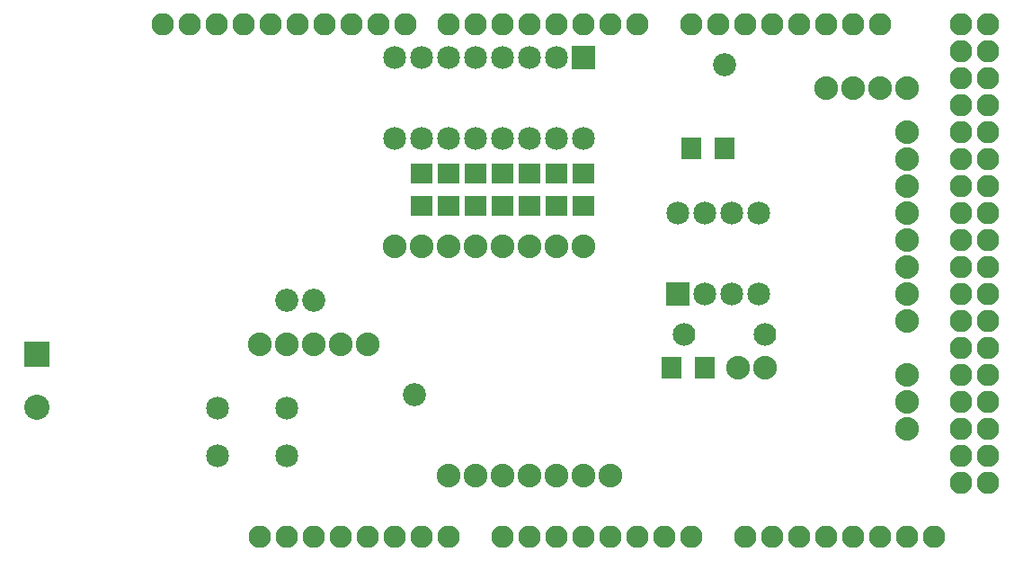
<source format=gbs>
G04 MADE WITH FRITZING*
G04 WWW.FRITZING.ORG*
G04 DOUBLE SIDED*
G04 HOLES PLATED*
G04 CONTOUR ON CENTER OF CONTOUR VECTOR*
%ASAXBY*%
%FSLAX23Y23*%
%MOIN*%
%OFA0B0*%
%SFA1.0B1.0*%
%ADD10C,0.085000*%
%ADD11C,0.088000*%
%ADD12C,0.093307*%
%ADD13C,0.085433*%
%ADD14C,0.084000*%
%ADD15C,0.082917*%
%ADD16R,0.085000X0.085000*%
%ADD17R,0.093307X0.093307*%
%ADD18R,0.072992X0.084803*%
%ADD19R,0.084803X0.072992*%
%LNMASK0*%
G90*
G70*
G54D10*
X2653Y997D03*
X2653Y1297D03*
X2753Y997D03*
X2753Y1297D03*
X2853Y997D03*
X2853Y1297D03*
X2953Y997D03*
X2953Y1297D03*
G54D11*
X3503Y697D03*
X3503Y597D03*
X3503Y497D03*
G54D12*
X278Y772D03*
X278Y575D03*
G54D11*
X1503Y810D03*
X1403Y810D03*
X1303Y810D03*
X1203Y810D03*
X1103Y810D03*
G54D13*
X1303Y972D03*
X1203Y972D03*
G54D14*
X2978Y847D03*
X2678Y847D03*
G54D13*
X2828Y1847D03*
G54D11*
X2878Y722D03*
X2978Y722D03*
G54D10*
X1203Y395D03*
X947Y395D03*
X1203Y572D03*
X947Y572D03*
G54D13*
X1678Y622D03*
G54D11*
X3503Y897D03*
X3503Y997D03*
X3503Y1097D03*
X3503Y1197D03*
X3503Y1297D03*
X3503Y1397D03*
X3503Y1497D03*
X3503Y1597D03*
G54D15*
X3003Y97D03*
X1403Y97D03*
X3103Y97D03*
X3203Y97D03*
X3303Y97D03*
X3403Y97D03*
X3703Y1497D03*
X3503Y97D03*
X3603Y97D03*
X1443Y1997D03*
X2003Y97D03*
X2103Y97D03*
X2203Y97D03*
X2303Y97D03*
X3703Y697D03*
X2403Y97D03*
X2503Y97D03*
X2603Y97D03*
X2703Y97D03*
X2203Y1997D03*
X3703Y1897D03*
X3703Y1097D03*
X3703Y297D03*
X1043Y1997D03*
X1803Y97D03*
X1803Y1997D03*
X3703Y1697D03*
X3703Y1297D03*
X3703Y897D03*
X3403Y1997D03*
X3703Y497D03*
X3303Y1997D03*
X3203Y1997D03*
X3103Y1997D03*
X3003Y1997D03*
X2903Y1997D03*
X2803Y1997D03*
X2703Y1997D03*
X843Y1997D03*
X1243Y1997D03*
X1643Y1997D03*
X1203Y97D03*
X1603Y97D03*
X2403Y1997D03*
X2003Y1997D03*
X3703Y1997D03*
X3703Y1797D03*
X3703Y1597D03*
X3703Y1397D03*
X3703Y1197D03*
X3703Y997D03*
X3703Y797D03*
X3703Y597D03*
X3703Y397D03*
X743Y1997D03*
X943Y1997D03*
X1143Y1997D03*
X1343Y1997D03*
X1543Y1997D03*
X1103Y97D03*
X1303Y97D03*
X1503Y97D03*
X1703Y97D03*
X2503Y1997D03*
X2303Y1997D03*
X2103Y1997D03*
X1903Y1997D03*
X3803Y1997D03*
X3803Y1897D03*
X3803Y1797D03*
X3803Y1697D03*
X3803Y1597D03*
X3803Y1497D03*
X3803Y1397D03*
X3803Y1297D03*
X3803Y1197D03*
X3803Y1097D03*
X3803Y997D03*
X3803Y897D03*
X3803Y797D03*
X3803Y697D03*
X3803Y597D03*
X3803Y497D03*
X3803Y397D03*
X3803Y297D03*
X2903Y97D03*
G54D11*
X3203Y1760D03*
X3303Y1760D03*
X3403Y1760D03*
X3503Y1760D03*
G54D10*
X2303Y1872D03*
X2303Y1572D03*
X2203Y1872D03*
X2203Y1572D03*
X2103Y1872D03*
X2103Y1572D03*
X2003Y1872D03*
X2003Y1572D03*
X1903Y1872D03*
X1903Y1572D03*
X1803Y1872D03*
X1803Y1572D03*
X1703Y1872D03*
X1703Y1572D03*
X1603Y1872D03*
X1603Y1572D03*
G54D11*
X1603Y1172D03*
X1703Y1172D03*
X1803Y1172D03*
X1903Y1172D03*
X2003Y1172D03*
X2103Y1172D03*
X2203Y1172D03*
X2303Y1172D03*
X1803Y322D03*
X1903Y322D03*
X2003Y322D03*
X2103Y322D03*
X2203Y322D03*
X2303Y322D03*
X2403Y322D03*
G54D16*
X2653Y997D03*
G54D17*
X278Y772D03*
G54D18*
X2705Y1536D03*
X2827Y1536D03*
X2753Y722D03*
X2631Y722D03*
G54D16*
X2303Y1872D03*
G54D19*
X2303Y1444D03*
X2303Y1322D03*
X2203Y1444D03*
X2203Y1322D03*
X2103Y1444D03*
X2103Y1322D03*
X2003Y1444D03*
X2003Y1322D03*
X1903Y1444D03*
X1903Y1322D03*
X1803Y1444D03*
X1803Y1322D03*
X1703Y1444D03*
X1703Y1322D03*
G04 End of Mask0*
M02*
</source>
